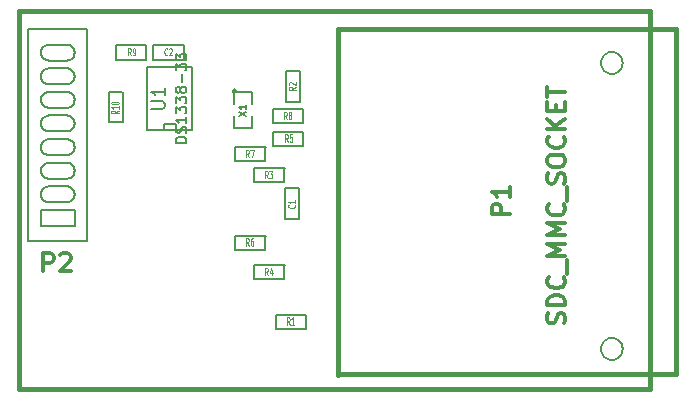
<source format=gto>
G04 (created by PCBNEW-RS274X (2010-05-05 BZR 2356)-stable) date 3/07/2011 4:58:35 p.m.*
G01*
G70*
G90*
%MOIN*%
G04 Gerber Fmt 3.4, Leading zero omitted, Abs format*
%FSLAX34Y34*%
G04 APERTURE LIST*
%ADD10C,0.006000*%
%ADD11C,0.015000*%
%ADD12C,0.005000*%
%ADD13C,0.012000*%
%ADD14C,0.003900*%
G04 APERTURE END LIST*
G54D10*
G54D11*
X43307Y-33111D02*
X43307Y-20552D01*
X22283Y-33150D02*
X43307Y-33150D01*
X22283Y-20551D02*
X22283Y-33150D01*
X43307Y-20551D02*
X22283Y-20551D01*
G54D12*
X24567Y-21141D02*
X24567Y-22716D01*
X22599Y-22716D02*
X22599Y-21141D01*
X24567Y-23503D02*
X24567Y-22715D01*
X22599Y-23503D02*
X22599Y-22715D01*
X24567Y-23503D02*
X24567Y-28227D01*
X24567Y-28227D02*
X22599Y-28227D01*
X22599Y-28227D02*
X22599Y-23503D01*
X22599Y-21140D02*
X24567Y-21140D01*
G54D11*
X32933Y-32673D02*
X32933Y-21147D01*
X32933Y-21147D02*
X44174Y-21147D01*
X44174Y-21147D02*
X44174Y-32653D01*
X44174Y-32653D02*
X32933Y-32653D01*
G54D12*
X26535Y-21693D02*
X25531Y-21693D01*
X25511Y-22165D02*
X26535Y-22165D01*
X26535Y-22165D02*
X26535Y-21693D01*
X25522Y-22161D02*
X25522Y-21701D01*
X30748Y-24291D02*
X31752Y-24291D01*
X31772Y-23819D02*
X30748Y-23819D01*
X30748Y-23819D02*
X30748Y-24291D01*
X31761Y-23823D02*
X31761Y-24283D01*
X29488Y-25551D02*
X30492Y-25551D01*
X30512Y-25079D02*
X29488Y-25079D01*
X29488Y-25079D02*
X29488Y-25551D01*
X30501Y-25083D02*
X30501Y-25543D01*
X29488Y-28504D02*
X30492Y-28504D01*
X30512Y-28032D02*
X29488Y-28032D01*
X29488Y-28032D02*
X29488Y-28504D01*
X30501Y-28036D02*
X30501Y-28496D01*
X25748Y-24252D02*
X25748Y-23248D01*
X25276Y-23228D02*
X25276Y-24252D01*
X25276Y-24252D02*
X25748Y-24252D01*
X25280Y-23239D02*
X25740Y-23239D01*
X30118Y-29488D02*
X31122Y-29488D01*
X31142Y-29016D02*
X30118Y-29016D01*
X30118Y-29016D02*
X30118Y-29488D01*
X31131Y-29020D02*
X31131Y-29480D01*
X30118Y-26260D02*
X31122Y-26260D01*
X31142Y-25788D02*
X30118Y-25788D01*
X30118Y-25788D02*
X30118Y-26260D01*
X31131Y-25792D02*
X31131Y-26252D01*
X31185Y-22559D02*
X31185Y-23563D01*
X31657Y-23583D02*
X31657Y-22559D01*
X31657Y-22559D02*
X31185Y-22559D01*
X31653Y-23572D02*
X31193Y-23572D01*
X30846Y-31138D02*
X31850Y-31138D01*
X31870Y-30666D02*
X30846Y-30666D01*
X30846Y-30666D02*
X30846Y-31138D01*
X31859Y-30670D02*
X31859Y-31130D01*
X31638Y-27473D02*
X31638Y-26469D01*
X31166Y-26449D02*
X31166Y-27473D01*
X31166Y-27473D02*
X31638Y-27473D01*
X31170Y-26460D02*
X31630Y-26460D01*
X31772Y-24567D02*
X30768Y-24567D01*
X30748Y-25039D02*
X31772Y-25039D01*
X31772Y-25039D02*
X31772Y-24567D01*
X30759Y-25035D02*
X30759Y-24575D01*
X26771Y-22165D02*
X27775Y-22165D01*
X27795Y-21693D02*
X26771Y-21693D01*
X26771Y-21693D02*
X26771Y-22165D01*
X27784Y-21697D02*
X27784Y-22157D01*
X29514Y-23208D02*
X29513Y-23217D01*
X29510Y-23227D01*
X29505Y-23235D01*
X29499Y-23243D01*
X29491Y-23249D01*
X29483Y-23254D01*
X29474Y-23256D01*
X29464Y-23257D01*
X29455Y-23257D01*
X29446Y-23254D01*
X29437Y-23249D01*
X29430Y-23243D01*
X29423Y-23236D01*
X29419Y-23227D01*
X29416Y-23218D01*
X29415Y-23208D01*
X29415Y-23199D01*
X29418Y-23190D01*
X29422Y-23181D01*
X29429Y-23174D01*
X29436Y-23167D01*
X29444Y-23163D01*
X29454Y-23160D01*
X29463Y-23159D01*
X29472Y-23159D01*
X29482Y-23162D01*
X29490Y-23166D01*
X29498Y-23172D01*
X29504Y-23180D01*
X29509Y-23188D01*
X29512Y-23197D01*
X29513Y-23207D01*
X29514Y-23208D01*
X29464Y-23658D02*
X29464Y-23258D01*
X29464Y-23258D02*
X30064Y-23258D01*
X30064Y-23258D02*
X30064Y-23658D01*
X30064Y-24058D02*
X30064Y-24458D01*
X30064Y-24458D02*
X29464Y-24458D01*
X29464Y-24458D02*
X29464Y-24058D01*
X28023Y-24515D02*
X28073Y-24515D01*
X28073Y-24515D02*
X28073Y-22415D01*
X26573Y-22415D02*
X26573Y-24515D01*
X26573Y-24515D02*
X28023Y-24515D01*
X27123Y-24515D02*
X27123Y-24315D01*
X27123Y-24315D02*
X27523Y-24315D01*
X27523Y-24315D02*
X27523Y-24515D01*
X26573Y-22415D02*
X28073Y-22415D01*
G54D10*
X23288Y-26130D02*
X23878Y-26130D01*
X23288Y-25600D02*
X23878Y-25600D01*
X23878Y-26130D02*
X23901Y-26128D01*
X23924Y-26125D01*
X23946Y-26120D01*
X23968Y-26114D01*
X23989Y-26105D01*
X24010Y-26094D01*
X24029Y-26082D01*
X24048Y-26068D01*
X24065Y-26052D01*
X24081Y-26035D01*
X24095Y-26016D01*
X24107Y-25997D01*
X24118Y-25976D01*
X24127Y-25955D01*
X24133Y-25933D01*
X24138Y-25911D01*
X24141Y-25888D01*
X24143Y-25865D01*
X24141Y-25842D01*
X24138Y-25819D01*
X24133Y-25797D01*
X24127Y-25775D01*
X24118Y-25754D01*
X24107Y-25733D01*
X24095Y-25714D01*
X24081Y-25695D01*
X24065Y-25678D01*
X24048Y-25662D01*
X24029Y-25648D01*
X24010Y-25636D01*
X23989Y-25625D01*
X23968Y-25616D01*
X23946Y-25610D01*
X23924Y-25605D01*
X23901Y-25602D01*
X23878Y-25600D01*
X23288Y-25600D02*
X23265Y-25602D01*
X23242Y-25605D01*
X23220Y-25610D01*
X23198Y-25616D01*
X23177Y-25625D01*
X23156Y-25636D01*
X23137Y-25648D01*
X23118Y-25662D01*
X23101Y-25678D01*
X23085Y-25695D01*
X23071Y-25714D01*
X23059Y-25733D01*
X23048Y-25754D01*
X23039Y-25775D01*
X23033Y-25797D01*
X23028Y-25819D01*
X23025Y-25842D01*
X23023Y-25865D01*
X23025Y-25888D01*
X23028Y-25911D01*
X23033Y-25933D01*
X23039Y-25955D01*
X23048Y-25976D01*
X23059Y-25997D01*
X23071Y-26016D01*
X23085Y-26035D01*
X23101Y-26052D01*
X23118Y-26068D01*
X23137Y-26082D01*
X23156Y-26094D01*
X23177Y-26105D01*
X23198Y-26114D01*
X23220Y-26120D01*
X23242Y-26125D01*
X23265Y-26128D01*
X23288Y-26130D01*
X23288Y-26917D02*
X23878Y-26917D01*
X23288Y-26387D02*
X23878Y-26387D01*
X23878Y-26917D02*
X23901Y-26915D01*
X23924Y-26912D01*
X23946Y-26907D01*
X23968Y-26901D01*
X23989Y-26892D01*
X24010Y-26881D01*
X24029Y-26869D01*
X24048Y-26855D01*
X24065Y-26839D01*
X24081Y-26822D01*
X24095Y-26803D01*
X24107Y-26784D01*
X24118Y-26763D01*
X24127Y-26742D01*
X24133Y-26720D01*
X24138Y-26698D01*
X24141Y-26675D01*
X24143Y-26652D01*
X24141Y-26629D01*
X24138Y-26606D01*
X24133Y-26584D01*
X24127Y-26562D01*
X24118Y-26541D01*
X24107Y-26520D01*
X24095Y-26501D01*
X24081Y-26482D01*
X24065Y-26465D01*
X24048Y-26449D01*
X24029Y-26435D01*
X24010Y-26423D01*
X23989Y-26412D01*
X23968Y-26403D01*
X23946Y-26397D01*
X23924Y-26392D01*
X23901Y-26389D01*
X23878Y-26387D01*
X23288Y-26387D02*
X23265Y-26389D01*
X23242Y-26392D01*
X23220Y-26397D01*
X23198Y-26403D01*
X23177Y-26412D01*
X23156Y-26423D01*
X23137Y-26435D01*
X23118Y-26449D01*
X23101Y-26465D01*
X23085Y-26482D01*
X23071Y-26501D01*
X23059Y-26520D01*
X23048Y-26541D01*
X23039Y-26562D01*
X23033Y-26584D01*
X23028Y-26606D01*
X23025Y-26629D01*
X23023Y-26652D01*
X23025Y-26675D01*
X23028Y-26698D01*
X23033Y-26720D01*
X23039Y-26742D01*
X23048Y-26763D01*
X23059Y-26784D01*
X23071Y-26803D01*
X23085Y-26822D01*
X23101Y-26839D01*
X23118Y-26855D01*
X23137Y-26869D01*
X23156Y-26881D01*
X23177Y-26892D01*
X23198Y-26901D01*
X23220Y-26907D01*
X23242Y-26912D01*
X23265Y-26915D01*
X23288Y-26917D01*
X23023Y-27175D02*
X23023Y-27705D01*
X24143Y-27705D01*
X24143Y-27175D01*
X23023Y-27175D01*
X23288Y-25343D02*
X23878Y-25343D01*
X23288Y-24813D02*
X23878Y-24813D01*
X23878Y-25343D02*
X23901Y-25341D01*
X23924Y-25338D01*
X23946Y-25333D01*
X23968Y-25327D01*
X23989Y-25318D01*
X24010Y-25307D01*
X24029Y-25295D01*
X24048Y-25281D01*
X24065Y-25265D01*
X24081Y-25248D01*
X24095Y-25229D01*
X24107Y-25210D01*
X24118Y-25189D01*
X24127Y-25168D01*
X24133Y-25146D01*
X24138Y-25124D01*
X24141Y-25101D01*
X24143Y-25078D01*
X24141Y-25055D01*
X24138Y-25032D01*
X24133Y-25010D01*
X24127Y-24988D01*
X24118Y-24967D01*
X24107Y-24946D01*
X24095Y-24927D01*
X24081Y-24908D01*
X24065Y-24891D01*
X24048Y-24875D01*
X24029Y-24861D01*
X24010Y-24849D01*
X23989Y-24838D01*
X23968Y-24829D01*
X23946Y-24823D01*
X23924Y-24818D01*
X23901Y-24815D01*
X23878Y-24813D01*
X23288Y-24813D02*
X23265Y-24815D01*
X23242Y-24818D01*
X23220Y-24823D01*
X23198Y-24829D01*
X23177Y-24838D01*
X23156Y-24849D01*
X23137Y-24861D01*
X23118Y-24875D01*
X23101Y-24891D01*
X23085Y-24908D01*
X23071Y-24927D01*
X23059Y-24946D01*
X23048Y-24967D01*
X23039Y-24988D01*
X23033Y-25010D01*
X23028Y-25032D01*
X23025Y-25055D01*
X23023Y-25078D01*
X23025Y-25101D01*
X23028Y-25124D01*
X23033Y-25146D01*
X23039Y-25168D01*
X23048Y-25189D01*
X23059Y-25210D01*
X23071Y-25229D01*
X23085Y-25248D01*
X23101Y-25265D01*
X23118Y-25281D01*
X23137Y-25295D01*
X23156Y-25307D01*
X23177Y-25318D01*
X23198Y-25327D01*
X23220Y-25333D01*
X23242Y-25338D01*
X23265Y-25341D01*
X23288Y-25343D01*
X23288Y-24555D02*
X23878Y-24555D01*
X23288Y-24025D02*
X23878Y-24025D01*
X23878Y-24555D02*
X23901Y-24553D01*
X23924Y-24550D01*
X23946Y-24545D01*
X23968Y-24539D01*
X23989Y-24530D01*
X24010Y-24519D01*
X24029Y-24507D01*
X24048Y-24493D01*
X24065Y-24477D01*
X24081Y-24460D01*
X24095Y-24441D01*
X24107Y-24422D01*
X24118Y-24401D01*
X24127Y-24380D01*
X24133Y-24358D01*
X24138Y-24336D01*
X24141Y-24313D01*
X24143Y-24290D01*
X24141Y-24267D01*
X24138Y-24244D01*
X24133Y-24222D01*
X24127Y-24200D01*
X24118Y-24179D01*
X24107Y-24158D01*
X24095Y-24139D01*
X24081Y-24120D01*
X24065Y-24103D01*
X24048Y-24087D01*
X24029Y-24073D01*
X24010Y-24061D01*
X23989Y-24050D01*
X23968Y-24041D01*
X23946Y-24035D01*
X23924Y-24030D01*
X23901Y-24027D01*
X23878Y-24025D01*
X23288Y-24025D02*
X23265Y-24027D01*
X23242Y-24030D01*
X23220Y-24035D01*
X23198Y-24041D01*
X23177Y-24050D01*
X23156Y-24061D01*
X23137Y-24073D01*
X23118Y-24087D01*
X23101Y-24103D01*
X23085Y-24120D01*
X23071Y-24139D01*
X23059Y-24158D01*
X23048Y-24179D01*
X23039Y-24200D01*
X23033Y-24222D01*
X23028Y-24244D01*
X23025Y-24267D01*
X23023Y-24290D01*
X23025Y-24313D01*
X23028Y-24336D01*
X23033Y-24358D01*
X23039Y-24380D01*
X23048Y-24401D01*
X23059Y-24422D01*
X23071Y-24441D01*
X23085Y-24460D01*
X23101Y-24477D01*
X23118Y-24493D01*
X23137Y-24507D01*
X23156Y-24519D01*
X23177Y-24530D01*
X23198Y-24539D01*
X23220Y-24545D01*
X23242Y-24550D01*
X23265Y-24553D01*
X23288Y-24555D01*
X23288Y-23768D02*
X23878Y-23768D01*
X23288Y-23238D02*
X23878Y-23238D01*
X23878Y-23768D02*
X23901Y-23766D01*
X23924Y-23763D01*
X23946Y-23758D01*
X23968Y-23752D01*
X23989Y-23743D01*
X24010Y-23732D01*
X24029Y-23720D01*
X24048Y-23706D01*
X24065Y-23690D01*
X24081Y-23673D01*
X24095Y-23654D01*
X24107Y-23635D01*
X24118Y-23614D01*
X24127Y-23593D01*
X24133Y-23571D01*
X24138Y-23549D01*
X24141Y-23526D01*
X24143Y-23503D01*
X24141Y-23480D01*
X24138Y-23457D01*
X24133Y-23435D01*
X24127Y-23413D01*
X24118Y-23392D01*
X24107Y-23371D01*
X24095Y-23352D01*
X24081Y-23333D01*
X24065Y-23316D01*
X24048Y-23300D01*
X24029Y-23286D01*
X24010Y-23274D01*
X23989Y-23263D01*
X23968Y-23254D01*
X23946Y-23248D01*
X23924Y-23243D01*
X23901Y-23240D01*
X23878Y-23238D01*
X23288Y-23238D02*
X23265Y-23240D01*
X23242Y-23243D01*
X23220Y-23248D01*
X23198Y-23254D01*
X23177Y-23263D01*
X23156Y-23274D01*
X23137Y-23286D01*
X23118Y-23300D01*
X23101Y-23316D01*
X23085Y-23333D01*
X23071Y-23352D01*
X23059Y-23371D01*
X23048Y-23392D01*
X23039Y-23413D01*
X23033Y-23435D01*
X23028Y-23457D01*
X23025Y-23480D01*
X23023Y-23503D01*
X23025Y-23526D01*
X23028Y-23549D01*
X23033Y-23571D01*
X23039Y-23593D01*
X23048Y-23614D01*
X23059Y-23635D01*
X23071Y-23654D01*
X23085Y-23673D01*
X23101Y-23690D01*
X23118Y-23706D01*
X23137Y-23720D01*
X23156Y-23732D01*
X23177Y-23743D01*
X23198Y-23752D01*
X23220Y-23758D01*
X23242Y-23763D01*
X23265Y-23766D01*
X23288Y-23768D01*
X23288Y-22981D02*
X23878Y-22981D01*
X23288Y-22451D02*
X23878Y-22451D01*
X23878Y-22981D02*
X23901Y-22979D01*
X23924Y-22976D01*
X23946Y-22971D01*
X23968Y-22965D01*
X23989Y-22956D01*
X24010Y-22945D01*
X24029Y-22933D01*
X24048Y-22919D01*
X24065Y-22903D01*
X24081Y-22886D01*
X24095Y-22867D01*
X24107Y-22848D01*
X24118Y-22827D01*
X24127Y-22806D01*
X24133Y-22784D01*
X24138Y-22762D01*
X24141Y-22739D01*
X24143Y-22716D01*
X24141Y-22693D01*
X24138Y-22670D01*
X24133Y-22648D01*
X24127Y-22626D01*
X24118Y-22605D01*
X24107Y-22584D01*
X24095Y-22565D01*
X24081Y-22546D01*
X24065Y-22529D01*
X24048Y-22513D01*
X24029Y-22499D01*
X24010Y-22487D01*
X23989Y-22476D01*
X23968Y-22467D01*
X23946Y-22461D01*
X23924Y-22456D01*
X23901Y-22453D01*
X23878Y-22451D01*
X23288Y-22451D02*
X23265Y-22453D01*
X23242Y-22456D01*
X23220Y-22461D01*
X23198Y-22467D01*
X23177Y-22476D01*
X23156Y-22487D01*
X23137Y-22499D01*
X23118Y-22513D01*
X23101Y-22529D01*
X23085Y-22546D01*
X23071Y-22565D01*
X23059Y-22584D01*
X23048Y-22605D01*
X23039Y-22626D01*
X23033Y-22648D01*
X23028Y-22670D01*
X23025Y-22693D01*
X23023Y-22716D01*
X23025Y-22739D01*
X23028Y-22762D01*
X23033Y-22784D01*
X23039Y-22806D01*
X23048Y-22827D01*
X23059Y-22848D01*
X23071Y-22867D01*
X23085Y-22886D01*
X23101Y-22903D01*
X23118Y-22919D01*
X23137Y-22933D01*
X23156Y-22945D01*
X23177Y-22956D01*
X23198Y-22965D01*
X23220Y-22971D01*
X23242Y-22976D01*
X23265Y-22979D01*
X23288Y-22981D01*
X23288Y-22194D02*
X23878Y-22194D01*
X23288Y-21664D02*
X23878Y-21664D01*
X23878Y-22194D02*
X23901Y-22192D01*
X23924Y-22189D01*
X23946Y-22184D01*
X23968Y-22178D01*
X23989Y-22169D01*
X24010Y-22158D01*
X24029Y-22146D01*
X24048Y-22132D01*
X24065Y-22116D01*
X24081Y-22099D01*
X24095Y-22080D01*
X24107Y-22061D01*
X24118Y-22040D01*
X24127Y-22019D01*
X24133Y-21997D01*
X24138Y-21975D01*
X24141Y-21952D01*
X24143Y-21929D01*
X24141Y-21906D01*
X24138Y-21883D01*
X24133Y-21861D01*
X24127Y-21839D01*
X24118Y-21818D01*
X24107Y-21797D01*
X24095Y-21778D01*
X24081Y-21759D01*
X24065Y-21742D01*
X24048Y-21726D01*
X24029Y-21712D01*
X24010Y-21700D01*
X23989Y-21689D01*
X23968Y-21680D01*
X23946Y-21674D01*
X23924Y-21669D01*
X23901Y-21666D01*
X23878Y-21664D01*
X23288Y-21664D02*
X23265Y-21666D01*
X23242Y-21669D01*
X23220Y-21674D01*
X23198Y-21680D01*
X23177Y-21689D01*
X23156Y-21700D01*
X23137Y-21712D01*
X23118Y-21726D01*
X23101Y-21742D01*
X23085Y-21759D01*
X23071Y-21778D01*
X23059Y-21797D01*
X23048Y-21818D01*
X23039Y-21839D01*
X23033Y-21861D01*
X23028Y-21883D01*
X23025Y-21906D01*
X23023Y-21929D01*
X23025Y-21952D01*
X23028Y-21975D01*
X23033Y-21997D01*
X23039Y-22019D01*
X23048Y-22040D01*
X23059Y-22061D01*
X23071Y-22080D01*
X23085Y-22099D01*
X23101Y-22116D01*
X23118Y-22132D01*
X23137Y-22146D01*
X23156Y-22158D01*
X23177Y-22169D01*
X23198Y-22178D01*
X23220Y-22184D01*
X23242Y-22189D01*
X23265Y-22192D01*
X23288Y-22194D01*
X42411Y-31807D02*
X42404Y-31877D01*
X42383Y-31945D01*
X42350Y-32007D01*
X42305Y-32062D01*
X42250Y-32107D01*
X42188Y-32141D01*
X42120Y-32162D01*
X42050Y-32169D01*
X41980Y-32163D01*
X41913Y-32143D01*
X41850Y-32110D01*
X41795Y-32066D01*
X41749Y-32012D01*
X41715Y-31950D01*
X41693Y-31882D01*
X41686Y-31812D01*
X41691Y-31742D01*
X41711Y-31674D01*
X41743Y-31611D01*
X41787Y-31555D01*
X41841Y-31509D01*
X41903Y-31475D01*
X41971Y-31453D01*
X42041Y-31445D01*
X42111Y-31450D01*
X42179Y-31469D01*
X42242Y-31501D01*
X42298Y-31545D01*
X42344Y-31598D01*
X42379Y-31660D01*
X42401Y-31727D01*
X42410Y-31797D01*
X42411Y-31807D01*
X42411Y-22279D02*
X42404Y-22349D01*
X42383Y-22417D01*
X42350Y-22479D01*
X42305Y-22534D01*
X42250Y-22579D01*
X42188Y-22613D01*
X42120Y-22634D01*
X42050Y-22641D01*
X41980Y-22635D01*
X41913Y-22615D01*
X41850Y-22582D01*
X41795Y-22538D01*
X41749Y-22484D01*
X41715Y-22422D01*
X41693Y-22354D01*
X41686Y-22284D01*
X41691Y-22214D01*
X41711Y-22146D01*
X41743Y-22083D01*
X41787Y-22027D01*
X41841Y-21981D01*
X41903Y-21947D01*
X41971Y-21925D01*
X42041Y-21917D01*
X42111Y-21922D01*
X42179Y-21941D01*
X42242Y-21973D01*
X42298Y-22017D01*
X42344Y-22070D01*
X42379Y-22132D01*
X42401Y-22199D01*
X42410Y-22269D01*
X42411Y-22279D01*
G54D13*
X23101Y-29219D02*
X23101Y-28619D01*
X23329Y-28619D01*
X23387Y-28647D01*
X23415Y-28676D01*
X23444Y-28733D01*
X23444Y-28819D01*
X23415Y-28876D01*
X23387Y-28905D01*
X23329Y-28933D01*
X23101Y-28933D01*
X23672Y-28676D02*
X23701Y-28647D01*
X23758Y-28619D01*
X23901Y-28619D01*
X23958Y-28647D01*
X23987Y-28676D01*
X24015Y-28733D01*
X24015Y-28790D01*
X23987Y-28876D01*
X23644Y-29219D01*
X24015Y-29219D01*
X38649Y-27308D02*
X38049Y-27308D01*
X38049Y-27080D01*
X38077Y-27022D01*
X38106Y-26994D01*
X38163Y-26965D01*
X38249Y-26965D01*
X38306Y-26994D01*
X38335Y-27022D01*
X38363Y-27080D01*
X38363Y-27308D01*
X38649Y-26394D02*
X38649Y-26737D01*
X38649Y-26565D02*
X38049Y-26565D01*
X38135Y-26622D01*
X38192Y-26680D01*
X38220Y-26737D01*
X40470Y-30957D02*
X40499Y-30871D01*
X40499Y-30728D01*
X40470Y-30671D01*
X40442Y-30642D01*
X40385Y-30614D01*
X40327Y-30614D01*
X40270Y-30642D01*
X40242Y-30671D01*
X40213Y-30728D01*
X40185Y-30842D01*
X40156Y-30900D01*
X40127Y-30928D01*
X40070Y-30957D01*
X40013Y-30957D01*
X39956Y-30928D01*
X39927Y-30900D01*
X39899Y-30842D01*
X39899Y-30700D01*
X39927Y-30614D01*
X40499Y-30357D02*
X39899Y-30357D01*
X39899Y-30214D01*
X39927Y-30129D01*
X39985Y-30071D01*
X40042Y-30043D01*
X40156Y-30014D01*
X40242Y-30014D01*
X40356Y-30043D01*
X40413Y-30071D01*
X40470Y-30129D01*
X40499Y-30214D01*
X40499Y-30357D01*
X40442Y-29414D02*
X40470Y-29443D01*
X40499Y-29529D01*
X40499Y-29586D01*
X40470Y-29671D01*
X40413Y-29729D01*
X40356Y-29757D01*
X40242Y-29786D01*
X40156Y-29786D01*
X40042Y-29757D01*
X39985Y-29729D01*
X39927Y-29671D01*
X39899Y-29586D01*
X39899Y-29529D01*
X39927Y-29443D01*
X39956Y-29414D01*
X40556Y-29300D02*
X40556Y-28843D01*
X40499Y-28700D02*
X39899Y-28700D01*
X40327Y-28500D01*
X39899Y-28300D01*
X40499Y-28300D01*
X40499Y-28014D02*
X39899Y-28014D01*
X40327Y-27814D01*
X39899Y-27614D01*
X40499Y-27614D01*
X40442Y-26985D02*
X40470Y-27014D01*
X40499Y-27100D01*
X40499Y-27157D01*
X40470Y-27242D01*
X40413Y-27300D01*
X40356Y-27328D01*
X40242Y-27357D01*
X40156Y-27357D01*
X40042Y-27328D01*
X39985Y-27300D01*
X39927Y-27242D01*
X39899Y-27157D01*
X39899Y-27100D01*
X39927Y-27014D01*
X39956Y-26985D01*
X40556Y-26871D02*
X40556Y-26414D01*
X40470Y-26300D02*
X40499Y-26214D01*
X40499Y-26071D01*
X40470Y-26014D01*
X40442Y-25985D01*
X40385Y-25957D01*
X40327Y-25957D01*
X40270Y-25985D01*
X40242Y-26014D01*
X40213Y-26071D01*
X40185Y-26185D01*
X40156Y-26243D01*
X40127Y-26271D01*
X40070Y-26300D01*
X40013Y-26300D01*
X39956Y-26271D01*
X39927Y-26243D01*
X39899Y-26185D01*
X39899Y-26043D01*
X39927Y-25957D01*
X39899Y-25586D02*
X39899Y-25472D01*
X39927Y-25414D01*
X39985Y-25357D01*
X40099Y-25329D01*
X40299Y-25329D01*
X40413Y-25357D01*
X40470Y-25414D01*
X40499Y-25472D01*
X40499Y-25586D01*
X40470Y-25643D01*
X40413Y-25700D01*
X40299Y-25729D01*
X40099Y-25729D01*
X39985Y-25700D01*
X39927Y-25643D01*
X39899Y-25586D01*
X40442Y-24728D02*
X40470Y-24757D01*
X40499Y-24843D01*
X40499Y-24900D01*
X40470Y-24985D01*
X40413Y-25043D01*
X40356Y-25071D01*
X40242Y-25100D01*
X40156Y-25100D01*
X40042Y-25071D01*
X39985Y-25043D01*
X39927Y-24985D01*
X39899Y-24900D01*
X39899Y-24843D01*
X39927Y-24757D01*
X39956Y-24728D01*
X40499Y-24471D02*
X39899Y-24471D01*
X40499Y-24128D02*
X40156Y-24385D01*
X39899Y-24128D02*
X40242Y-24471D01*
X40185Y-23871D02*
X40185Y-23671D01*
X40499Y-23585D02*
X40499Y-23871D01*
X39899Y-23871D01*
X39899Y-23585D01*
X39899Y-23414D02*
X39899Y-23071D01*
X40499Y-23242D02*
X39899Y-23242D01*
G54D14*
X26017Y-22026D02*
X25965Y-21911D01*
X25927Y-22026D02*
X25927Y-21785D01*
X25987Y-21785D01*
X26002Y-21797D01*
X26010Y-21808D01*
X26017Y-21831D01*
X26017Y-21865D01*
X26010Y-21888D01*
X26002Y-21900D01*
X25987Y-21911D01*
X25927Y-21911D01*
X26092Y-22026D02*
X26122Y-22026D01*
X26137Y-22015D01*
X26144Y-22003D01*
X26159Y-21969D01*
X26167Y-21923D01*
X26167Y-21831D01*
X26159Y-21808D01*
X26152Y-21797D01*
X26137Y-21785D01*
X26107Y-21785D01*
X26092Y-21797D01*
X26084Y-21808D01*
X26077Y-21831D01*
X26077Y-21888D01*
X26084Y-21911D01*
X26092Y-21923D01*
X26107Y-21934D01*
X26137Y-21934D01*
X26152Y-21923D01*
X26159Y-21911D01*
X26167Y-21888D01*
X31214Y-24152D02*
X31162Y-24037D01*
X31124Y-24152D02*
X31124Y-23911D01*
X31184Y-23911D01*
X31199Y-23923D01*
X31207Y-23934D01*
X31214Y-23957D01*
X31214Y-23991D01*
X31207Y-24014D01*
X31199Y-24026D01*
X31184Y-24037D01*
X31124Y-24037D01*
X31304Y-24014D02*
X31289Y-24003D01*
X31281Y-23991D01*
X31274Y-23968D01*
X31274Y-23957D01*
X31281Y-23934D01*
X31289Y-23923D01*
X31304Y-23911D01*
X31334Y-23911D01*
X31349Y-23923D01*
X31356Y-23934D01*
X31364Y-23957D01*
X31364Y-23968D01*
X31356Y-23991D01*
X31349Y-24003D01*
X31334Y-24014D01*
X31304Y-24014D01*
X31289Y-24026D01*
X31281Y-24037D01*
X31274Y-24060D01*
X31274Y-24106D01*
X31281Y-24129D01*
X31289Y-24141D01*
X31304Y-24152D01*
X31334Y-24152D01*
X31349Y-24141D01*
X31356Y-24129D01*
X31364Y-24106D01*
X31364Y-24060D01*
X31356Y-24037D01*
X31349Y-24026D01*
X31334Y-24014D01*
X29954Y-25412D02*
X29902Y-25297D01*
X29864Y-25412D02*
X29864Y-25171D01*
X29924Y-25171D01*
X29939Y-25183D01*
X29947Y-25194D01*
X29954Y-25217D01*
X29954Y-25251D01*
X29947Y-25274D01*
X29939Y-25286D01*
X29924Y-25297D01*
X29864Y-25297D01*
X30006Y-25171D02*
X30111Y-25171D01*
X30044Y-25412D01*
X29954Y-28365D02*
X29902Y-28250D01*
X29864Y-28365D02*
X29864Y-28124D01*
X29924Y-28124D01*
X29939Y-28136D01*
X29947Y-28147D01*
X29954Y-28170D01*
X29954Y-28204D01*
X29947Y-28227D01*
X29939Y-28239D01*
X29924Y-28250D01*
X29864Y-28250D01*
X30089Y-28124D02*
X30059Y-28124D01*
X30044Y-28136D01*
X30036Y-28147D01*
X30021Y-28181D01*
X30014Y-28227D01*
X30014Y-28319D01*
X30021Y-28342D01*
X30029Y-28354D01*
X30044Y-28365D01*
X30074Y-28365D01*
X30089Y-28354D01*
X30096Y-28342D01*
X30104Y-28319D01*
X30104Y-28262D01*
X30096Y-28239D01*
X30089Y-28227D01*
X30074Y-28216D01*
X30044Y-28216D01*
X30029Y-28227D01*
X30021Y-28239D01*
X30014Y-28262D01*
X25609Y-23861D02*
X25494Y-23913D01*
X25609Y-23951D02*
X25368Y-23951D01*
X25368Y-23891D01*
X25380Y-23876D01*
X25391Y-23868D01*
X25414Y-23861D01*
X25448Y-23861D01*
X25471Y-23868D01*
X25483Y-23876D01*
X25494Y-23891D01*
X25494Y-23951D01*
X25609Y-23711D02*
X25609Y-23801D01*
X25609Y-23756D02*
X25368Y-23756D01*
X25402Y-23771D01*
X25425Y-23786D01*
X25437Y-23801D01*
X25368Y-23614D02*
X25368Y-23599D01*
X25380Y-23584D01*
X25391Y-23576D01*
X25414Y-23569D01*
X25460Y-23561D01*
X25517Y-23561D01*
X25563Y-23569D01*
X25586Y-23576D01*
X25598Y-23584D01*
X25609Y-23599D01*
X25609Y-23614D01*
X25598Y-23629D01*
X25586Y-23636D01*
X25563Y-23644D01*
X25517Y-23651D01*
X25460Y-23651D01*
X25414Y-23644D01*
X25391Y-23636D01*
X25380Y-23629D01*
X25368Y-23614D01*
X30584Y-29349D02*
X30532Y-29234D01*
X30494Y-29349D02*
X30494Y-29108D01*
X30554Y-29108D01*
X30569Y-29120D01*
X30577Y-29131D01*
X30584Y-29154D01*
X30584Y-29188D01*
X30577Y-29211D01*
X30569Y-29223D01*
X30554Y-29234D01*
X30494Y-29234D01*
X30719Y-29188D02*
X30719Y-29349D01*
X30681Y-29097D02*
X30644Y-29269D01*
X30741Y-29269D01*
X30584Y-26121D02*
X30532Y-26006D01*
X30494Y-26121D02*
X30494Y-25880D01*
X30554Y-25880D01*
X30569Y-25892D01*
X30577Y-25903D01*
X30584Y-25926D01*
X30584Y-25960D01*
X30577Y-25983D01*
X30569Y-25995D01*
X30554Y-26006D01*
X30494Y-26006D01*
X30636Y-25880D02*
X30734Y-25880D01*
X30681Y-25972D01*
X30704Y-25972D01*
X30719Y-25983D01*
X30726Y-25995D01*
X30734Y-26018D01*
X30734Y-26075D01*
X30726Y-26098D01*
X30719Y-26110D01*
X30704Y-26121D01*
X30659Y-26121D01*
X30644Y-26110D01*
X30636Y-26098D01*
X31518Y-23077D02*
X31403Y-23129D01*
X31518Y-23167D02*
X31277Y-23167D01*
X31277Y-23107D01*
X31289Y-23092D01*
X31300Y-23084D01*
X31323Y-23077D01*
X31357Y-23077D01*
X31380Y-23084D01*
X31392Y-23092D01*
X31403Y-23107D01*
X31403Y-23167D01*
X31300Y-23017D02*
X31289Y-23010D01*
X31277Y-22995D01*
X31277Y-22957D01*
X31289Y-22942D01*
X31300Y-22935D01*
X31323Y-22927D01*
X31346Y-22927D01*
X31380Y-22935D01*
X31518Y-23025D01*
X31518Y-22927D01*
X31312Y-30999D02*
X31260Y-30884D01*
X31222Y-30999D02*
X31222Y-30758D01*
X31282Y-30758D01*
X31297Y-30770D01*
X31305Y-30781D01*
X31312Y-30804D01*
X31312Y-30838D01*
X31305Y-30861D01*
X31297Y-30873D01*
X31282Y-30884D01*
X31222Y-30884D01*
X31462Y-30999D02*
X31372Y-30999D01*
X31417Y-30999D02*
X31417Y-30758D01*
X31402Y-30792D01*
X31387Y-30815D01*
X31372Y-30827D01*
X31476Y-27007D02*
X31488Y-27014D01*
X31499Y-27037D01*
X31499Y-27052D01*
X31488Y-27074D01*
X31465Y-27089D01*
X31442Y-27097D01*
X31396Y-27104D01*
X31361Y-27104D01*
X31315Y-27097D01*
X31292Y-27089D01*
X31270Y-27074D01*
X31258Y-27052D01*
X31258Y-27037D01*
X31270Y-27014D01*
X31281Y-27007D01*
X31499Y-26857D02*
X31499Y-26947D01*
X31499Y-26902D02*
X31258Y-26902D01*
X31292Y-26917D01*
X31315Y-26932D01*
X31327Y-26947D01*
X31254Y-24900D02*
X31202Y-24785D01*
X31164Y-24900D02*
X31164Y-24659D01*
X31224Y-24659D01*
X31239Y-24671D01*
X31247Y-24682D01*
X31254Y-24705D01*
X31254Y-24739D01*
X31247Y-24762D01*
X31239Y-24774D01*
X31224Y-24785D01*
X31164Y-24785D01*
X31396Y-24659D02*
X31321Y-24659D01*
X31314Y-24774D01*
X31321Y-24762D01*
X31336Y-24751D01*
X31374Y-24751D01*
X31389Y-24762D01*
X31396Y-24774D01*
X31404Y-24797D01*
X31404Y-24854D01*
X31396Y-24877D01*
X31389Y-24889D01*
X31374Y-24900D01*
X31336Y-24900D01*
X31321Y-24889D01*
X31314Y-24877D01*
X27237Y-22003D02*
X27230Y-22015D01*
X27207Y-22026D01*
X27192Y-22026D01*
X27170Y-22015D01*
X27155Y-21992D01*
X27147Y-21969D01*
X27140Y-21923D01*
X27140Y-21888D01*
X27147Y-21842D01*
X27155Y-21819D01*
X27170Y-21797D01*
X27192Y-21785D01*
X27207Y-21785D01*
X27230Y-21797D01*
X27237Y-21808D01*
X27297Y-21808D02*
X27304Y-21797D01*
X27319Y-21785D01*
X27357Y-21785D01*
X27372Y-21797D01*
X27379Y-21808D01*
X27387Y-21831D01*
X27387Y-21854D01*
X27379Y-21888D01*
X27289Y-22026D01*
X27387Y-22026D01*
G54D12*
X29615Y-24060D02*
X29865Y-23894D01*
X29615Y-23894D02*
X29865Y-24060D01*
X29865Y-23668D02*
X29865Y-23810D01*
X29865Y-23739D02*
X29615Y-23739D01*
X29651Y-23763D01*
X29675Y-23787D01*
X29687Y-23810D01*
G54D10*
X26705Y-23808D02*
X27069Y-23808D01*
X27112Y-23786D01*
X27134Y-23765D01*
X27155Y-23722D01*
X27155Y-23636D01*
X27134Y-23594D01*
X27112Y-23572D01*
X27069Y-23551D01*
X26705Y-23551D01*
X27155Y-23101D02*
X27155Y-23358D01*
X27155Y-23230D02*
X26705Y-23230D01*
X26769Y-23273D01*
X26812Y-23315D01*
X26834Y-23358D01*
X27865Y-24939D02*
X27515Y-24939D01*
X27515Y-24855D01*
X27531Y-24805D01*
X27565Y-24772D01*
X27598Y-24755D01*
X27665Y-24739D01*
X27715Y-24739D01*
X27781Y-24755D01*
X27815Y-24772D01*
X27848Y-24805D01*
X27865Y-24855D01*
X27865Y-24939D01*
X27848Y-24605D02*
X27865Y-24555D01*
X27865Y-24472D01*
X27848Y-24439D01*
X27831Y-24422D01*
X27798Y-24405D01*
X27765Y-24405D01*
X27731Y-24422D01*
X27715Y-24439D01*
X27698Y-24472D01*
X27681Y-24539D01*
X27665Y-24572D01*
X27648Y-24589D01*
X27615Y-24605D01*
X27581Y-24605D01*
X27548Y-24589D01*
X27531Y-24572D01*
X27515Y-24539D01*
X27515Y-24455D01*
X27531Y-24405D01*
X27865Y-24072D02*
X27865Y-24272D01*
X27865Y-24172D02*
X27515Y-24172D01*
X27565Y-24206D01*
X27598Y-24239D01*
X27615Y-24272D01*
X27515Y-23956D02*
X27515Y-23739D01*
X27648Y-23856D01*
X27648Y-23806D01*
X27665Y-23773D01*
X27681Y-23756D01*
X27715Y-23739D01*
X27798Y-23739D01*
X27831Y-23756D01*
X27848Y-23773D01*
X27865Y-23806D01*
X27865Y-23906D01*
X27848Y-23939D01*
X27831Y-23956D01*
X27515Y-23623D02*
X27515Y-23406D01*
X27648Y-23523D01*
X27648Y-23473D01*
X27665Y-23440D01*
X27681Y-23423D01*
X27715Y-23406D01*
X27798Y-23406D01*
X27831Y-23423D01*
X27848Y-23440D01*
X27865Y-23473D01*
X27865Y-23573D01*
X27848Y-23606D01*
X27831Y-23623D01*
X27665Y-23207D02*
X27648Y-23240D01*
X27631Y-23257D01*
X27598Y-23273D01*
X27581Y-23273D01*
X27548Y-23257D01*
X27531Y-23240D01*
X27515Y-23207D01*
X27515Y-23140D01*
X27531Y-23107D01*
X27548Y-23090D01*
X27581Y-23073D01*
X27598Y-23073D01*
X27631Y-23090D01*
X27648Y-23107D01*
X27665Y-23140D01*
X27665Y-23207D01*
X27681Y-23240D01*
X27698Y-23257D01*
X27731Y-23273D01*
X27798Y-23273D01*
X27831Y-23257D01*
X27848Y-23240D01*
X27865Y-23207D01*
X27865Y-23140D01*
X27848Y-23107D01*
X27831Y-23090D01*
X27798Y-23073D01*
X27731Y-23073D01*
X27698Y-23090D01*
X27681Y-23107D01*
X27665Y-23140D01*
X27731Y-22924D02*
X27731Y-22657D01*
X27515Y-22524D02*
X27515Y-22307D01*
X27648Y-22424D01*
X27648Y-22374D01*
X27665Y-22341D01*
X27681Y-22324D01*
X27715Y-22307D01*
X27798Y-22307D01*
X27831Y-22324D01*
X27848Y-22341D01*
X27865Y-22374D01*
X27865Y-22474D01*
X27848Y-22507D01*
X27831Y-22524D01*
X27515Y-22191D02*
X27515Y-21974D01*
X27648Y-22091D01*
X27648Y-22041D01*
X27665Y-22008D01*
X27681Y-21991D01*
X27715Y-21974D01*
X27798Y-21974D01*
X27831Y-21991D01*
X27848Y-22008D01*
X27865Y-22041D01*
X27865Y-22141D01*
X27848Y-22174D01*
X27831Y-22191D01*
M02*

</source>
